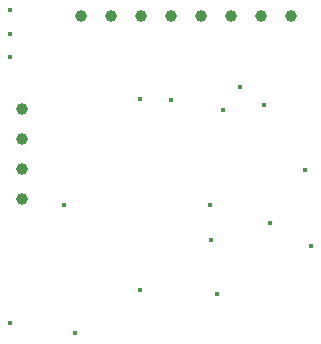
<source format=gbr>
%TF.GenerationSoftware,KiCad,Pcbnew,(5.1.6)-1*%
%TF.CreationDate,2021-09-30T15:23:19+02:00*%
%TF.ProjectId,Board,426f6172-642e-46b6-9963-61645f706362,rev?*%
%TF.SameCoordinates,PX367e320PY64168f0*%
%TF.FileFunction,Plated,1,2,PTH,Drill*%
%TF.FilePolarity,Positive*%
%FSLAX46Y46*%
G04 Gerber Fmt 4.6, Leading zero omitted, Abs format (unit mm)*
G04 Created by KiCad (PCBNEW (5.1.6)-1) date 2021-09-30 15:23:19*
%MOMM*%
%LPD*%
G01*
G04 APERTURE LIST*
%TA.AperFunction,ViaDrill*%
%ADD10C,0.400000*%
%TD*%
%TA.AperFunction,ComponentDrill*%
%ADD11C,1.000000*%
%TD*%
G04 APERTURE END LIST*
D10*
X2500000Y28000000D03*
X2500000Y26000000D03*
X2500000Y24000000D03*
X2500000Y1500000D03*
X7030331Y11530331D03*
X8000000Y625000D03*
X13500000Y20500000D03*
X13500000Y4300002D03*
X16150000Y20375000D03*
X19468852Y11468852D03*
X19500000Y8500000D03*
X20000000Y4000000D03*
X20500000Y19500000D03*
X22000000Y21500000D03*
X24000000Y20000000D03*
X24500000Y10000000D03*
X27500000Y14500000D03*
X28000000Y8000000D03*
D11*
%TO.C,J2*%
X3500000Y19620000D03*
X3500000Y17080000D03*
X3500000Y14540000D03*
X3500000Y12000000D03*
%TO.C,J1*%
X8500000Y27500000D03*
X11040000Y27500000D03*
X13580000Y27500000D03*
X16120000Y27500000D03*
X18660000Y27500000D03*
X21200000Y27500000D03*
X23740000Y27500000D03*
X26280000Y27500000D03*
M02*

</source>
